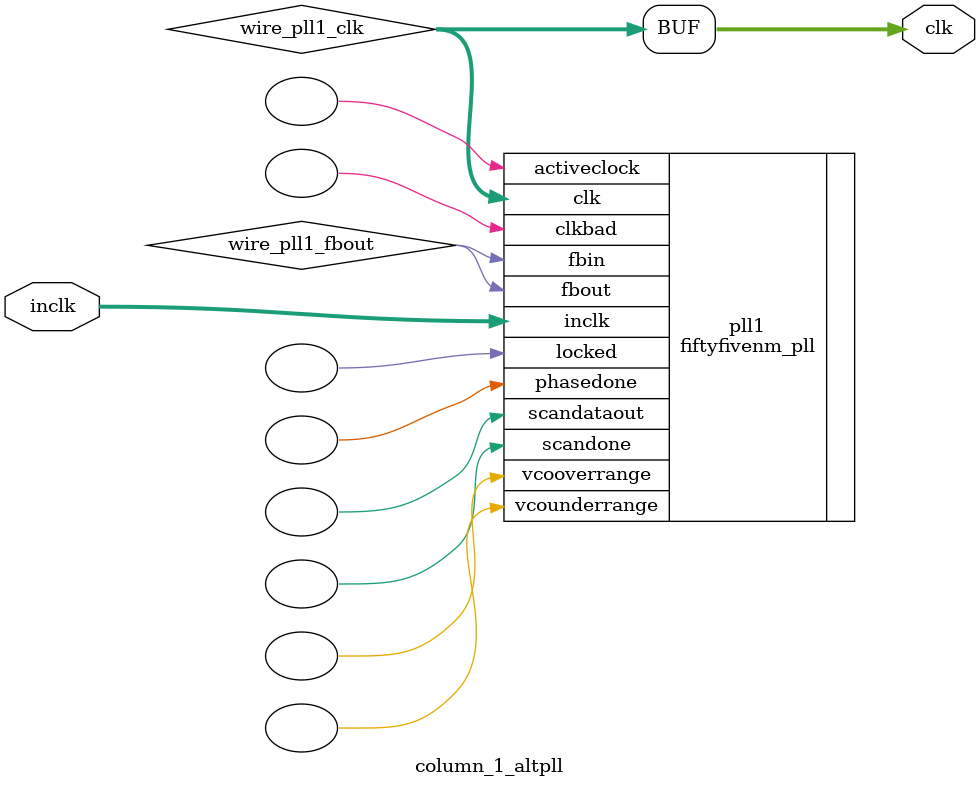
<source format=v>






//synthesis_resources = fiftyfivenm_pll 1 
//synopsys translate_off
`timescale 1 ps / 1 ps
//synopsys translate_on
module  column_1_altpll
	( 
	clk,
	inclk) /* synthesis synthesis_clearbox=1 */;
	output   [4:0]  clk;
	input   [1:0]  inclk;
`ifndef ALTERA_RESERVED_QIS
// synopsys translate_off
`endif
	tri0   [1:0]  inclk;
`ifndef ALTERA_RESERVED_QIS
// synopsys translate_on
`endif

	wire  [4:0]   wire_pll1_clk;
	wire  wire_pll1_fbout;

	fiftyfivenm_pll   pll1
	( 
	.activeclock(),
	.clk(wire_pll1_clk),
	.clkbad(),
	.fbin(wire_pll1_fbout),
	.fbout(wire_pll1_fbout),
	.inclk(inclk),
	.locked(),
	.phasedone(),
	.scandataout(),
	.scandone(),
	.vcooverrange(),
	.vcounderrange()
	`ifndef FORMAL_VERIFICATION
	// synopsys translate_off
	`endif
	,
	.areset(1'b0),
	.clkswitch(1'b0),
	.configupdate(1'b0),
	.pfdena(1'b1),
	.phasecounterselect({3{1'b0}}),
	.phasestep(1'b0),
	.phaseupdown(1'b0),
	.scanclk(1'b0),
	.scanclkena(1'b1),
	.scandata(1'b0)
	`ifndef FORMAL_VERIFICATION
	// synopsys translate_on
	`endif
	);
	defparam
		pll1.bandwidth_type = "auto",
		pll1.clk0_divide_by = 750000,
		pll1.clk0_duty_cycle = 50,
		pll1.clk0_multiply_by = 167,
		pll1.clk0_phase_shift = "0",
		pll1.compensate_clock = "clk0",
		pll1.inclk0_input_frequency = 83333,
		pll1.operation_mode = "normal",
		pll1.pll_type = "auto",
		pll1.lpm_type = "fiftyfivenm_pll";
	assign
		clk = {wire_pll1_clk[4:0]};
endmodule //column_1_altpll
//VALID FILE

</source>
